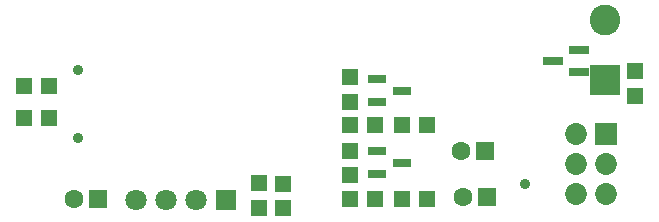
<source format=gbr>
G04*
G04 #@! TF.GenerationSoftware,Altium Limited,Altium Designer,24.2.2 (26)*
G04*
G04 Layer_Color=16711935*
%FSLAX44Y44*%
%MOMM*%
G71*
G04*
G04 #@! TF.SameCoordinates,200C4C84-4450-49E8-9A81-A87B66CA8C1A*
G04*
G04*
G04 #@! TF.FilePolarity,Negative*
G04*
G01*
G75*
%ADD35R,1.4032X1.4032*%
%ADD38R,1.4032X1.4032*%
%ADD49R,1.5032X0.8032*%
%ADD51C,0.9032*%
%ADD52C,1.8532*%
%ADD53R,1.8532X1.8532*%
%ADD54R,1.6002X1.6002*%
%ADD55C,1.6002*%
%ADD56C,2.6032*%
%ADD57R,2.6032X2.6032*%
%ADD58C,1.8032*%
%ADD59R,1.8032X1.8032*%
%ADD74R,1.8032X0.8032*%
D35*
X293370Y19050D02*
D03*
Y81280D02*
D03*
X38050Y113970D02*
D03*
X17050D02*
D03*
X314370Y81280D02*
D03*
Y19050D02*
D03*
X358090D02*
D03*
X337090D02*
D03*
X358090Y81280D02*
D03*
X337090D02*
D03*
X38050Y87300D02*
D03*
X17050D02*
D03*
D38*
X293370Y121870D02*
D03*
Y100870D02*
D03*
Y38640D02*
D03*
Y59640D02*
D03*
X534670Y126950D02*
D03*
Y105950D02*
D03*
X215900Y10836D02*
D03*
Y31836D02*
D03*
X236220Y31700D02*
D03*
Y10700D02*
D03*
D49*
X336890Y110490D02*
D03*
X315890Y100990D02*
D03*
X315890Y119990D02*
D03*
X336890Y49530D02*
D03*
X315890Y40030D02*
D03*
X315890Y59030D02*
D03*
D51*
X63010Y70360D02*
D03*
X63010Y128160D02*
D03*
X440944Y31750D02*
D03*
D52*
X509910Y48260D02*
D03*
X484510Y22860D02*
D03*
Y48260D02*
D03*
Y73660D02*
D03*
X509910Y22860D02*
D03*
D53*
Y73660D02*
D03*
D54*
X407670Y59690D02*
D03*
X80010Y19050D02*
D03*
X408940Y20320D02*
D03*
D55*
X387350Y59690D02*
D03*
X59690Y19050D02*
D03*
X388620Y20320D02*
D03*
D56*
X509270Y170180D02*
D03*
D57*
Y119380D02*
D03*
D58*
X162560Y17526D02*
D03*
X137160D02*
D03*
X111760D02*
D03*
D59*
X187960D02*
D03*
D74*
X486742Y144882D02*
D03*
Y125882D02*
D03*
X464742Y135382D02*
D03*
M02*

</source>
